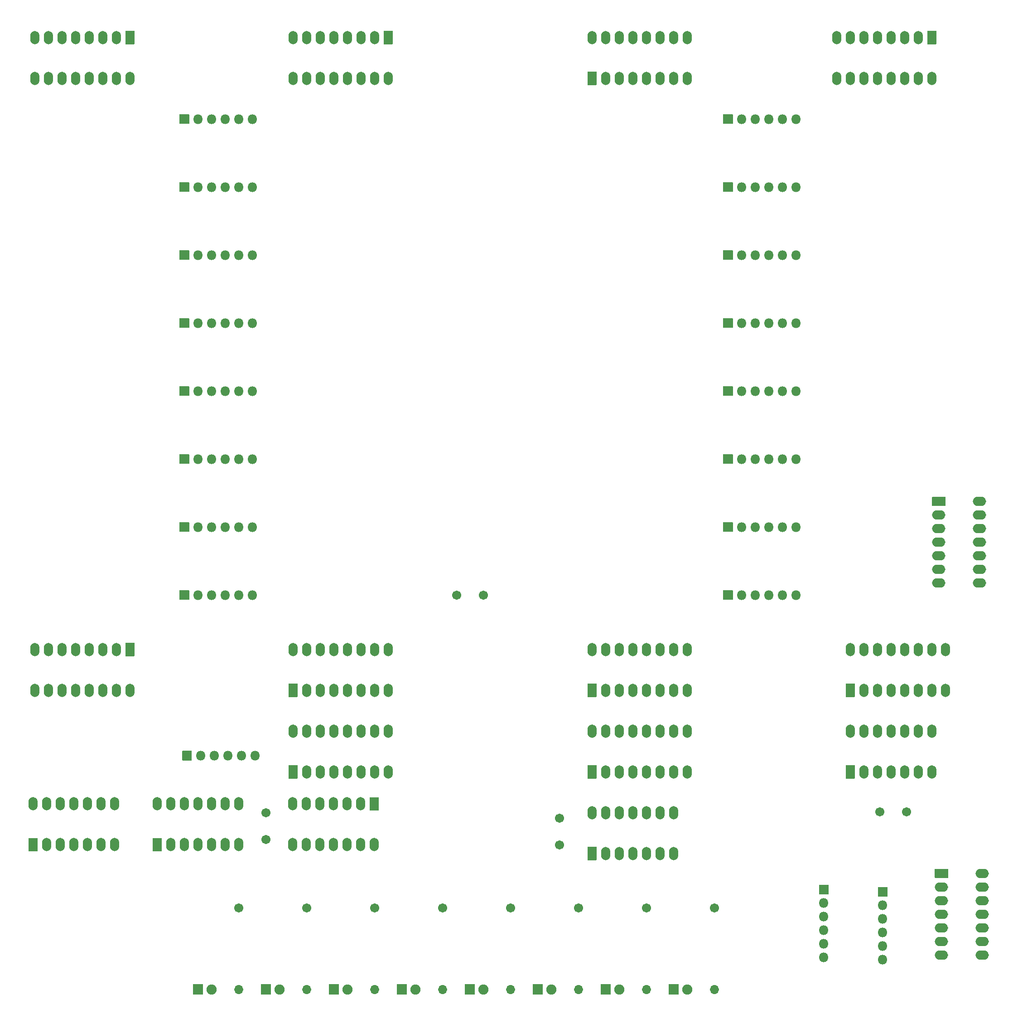
<source format=gbr>
G04 #@! TF.GenerationSoftware,KiCad,Pcbnew,(5.1.9-0-10_14)*
G04 #@! TF.CreationDate,2021-05-26T15:55:07+10:00*
G04 #@! TF.ProjectId,multiplexer,6d756c74-6970-46c6-9578-65722e6b6963,rev?*
G04 #@! TF.SameCoordinates,Original*
G04 #@! TF.FileFunction,Soldermask,Top*
G04 #@! TF.FilePolarity,Negative*
%FSLAX46Y46*%
G04 Gerber Fmt 4.6, Leading zero omitted, Abs format (unit mm)*
G04 Created by KiCad (PCBNEW (5.1.9-0-10_14)) date 2021-05-26 15:55:07*
%MOMM*%
%LPD*%
G01*
G04 APERTURE LIST*
%ADD10C,1.702000*%
%ADD11O,1.702000X2.502000*%
%ADD12C,1.902000*%
%ADD13O,1.802000X1.802000*%
%ADD14O,1.702000X1.702000*%
%ADD15O,2.502000X1.702000*%
G04 APERTURE END LIST*
D10*
X257000000Y-167500000D03*
X262000000Y-167500000D03*
D11*
X165100000Y-30480000D03*
X147320000Y-22860000D03*
X162560000Y-30480000D03*
X149860000Y-22860000D03*
X160020000Y-30480000D03*
X152400000Y-22860000D03*
X157480000Y-30480000D03*
X154940000Y-22860000D03*
X154940000Y-30480000D03*
X157480000Y-22860000D03*
X152400000Y-30480000D03*
X160020000Y-22860000D03*
X149860000Y-30480000D03*
X162560000Y-22860000D03*
X147320000Y-30480000D03*
G36*
G01*
X164300000Y-21609000D02*
X165900000Y-21609000D01*
G75*
G02*
X165951000Y-21660000I0J-51000D01*
G01*
X165951000Y-24060000D01*
G75*
G02*
X165900000Y-24111000I-51000J0D01*
G01*
X164300000Y-24111000D01*
G75*
G02*
X164249000Y-24060000I0J51000D01*
G01*
X164249000Y-21660000D01*
G75*
G02*
X164300000Y-21609000I51000J0D01*
G01*
G37*
G36*
G01*
X116040000Y-21609000D02*
X117640000Y-21609000D01*
G75*
G02*
X117691000Y-21660000I0J-51000D01*
G01*
X117691000Y-24060000D01*
G75*
G02*
X117640000Y-24111000I-51000J0D01*
G01*
X116040000Y-24111000D01*
G75*
G02*
X115989000Y-24060000I0J51000D01*
G01*
X115989000Y-21660000D01*
G75*
G02*
X116040000Y-21609000I51000J0D01*
G01*
G37*
X99060000Y-30480000D03*
X114300000Y-22860000D03*
X101600000Y-30480000D03*
X111760000Y-22860000D03*
X104140000Y-30480000D03*
X109220000Y-22860000D03*
X106680000Y-30480000D03*
X106680000Y-22860000D03*
X109220000Y-30480000D03*
X104140000Y-22860000D03*
X111760000Y-30480000D03*
X101600000Y-22860000D03*
X114300000Y-30480000D03*
X99060000Y-22860000D03*
X116840000Y-30480000D03*
D10*
X177880000Y-127000000D03*
X182880000Y-127000000D03*
X142240000Y-167640000D03*
X142240000Y-172640000D03*
X197104000Y-173656000D03*
X197104000Y-168656000D03*
D12*
X220980000Y-200660000D03*
G36*
G01*
X217489000Y-201560000D02*
X217489000Y-199760000D01*
G75*
G02*
X217540000Y-199709000I51000J0D01*
G01*
X219340000Y-199709000D01*
G75*
G02*
X219391000Y-199760000I0J-51000D01*
G01*
X219391000Y-201560000D01*
G75*
G02*
X219340000Y-201611000I-51000J0D01*
G01*
X217540000Y-201611000D01*
G75*
G02*
X217489000Y-201560000I0J51000D01*
G01*
G37*
G36*
G01*
X204789000Y-201560000D02*
X204789000Y-199760000D01*
G75*
G02*
X204840000Y-199709000I51000J0D01*
G01*
X206640000Y-199709000D01*
G75*
G02*
X206691000Y-199760000I0J-51000D01*
G01*
X206691000Y-201560000D01*
G75*
G02*
X206640000Y-201611000I-51000J0D01*
G01*
X204840000Y-201611000D01*
G75*
G02*
X204789000Y-201560000I0J51000D01*
G01*
G37*
X208280000Y-200660000D03*
X195580000Y-200660000D03*
G36*
G01*
X192089000Y-201560000D02*
X192089000Y-199760000D01*
G75*
G02*
X192140000Y-199709000I51000J0D01*
G01*
X193940000Y-199709000D01*
G75*
G02*
X193991000Y-199760000I0J-51000D01*
G01*
X193991000Y-201560000D01*
G75*
G02*
X193940000Y-201611000I-51000J0D01*
G01*
X192140000Y-201611000D01*
G75*
G02*
X192089000Y-201560000I0J51000D01*
G01*
G37*
G36*
G01*
X179389000Y-201560000D02*
X179389000Y-199760000D01*
G75*
G02*
X179440000Y-199709000I51000J0D01*
G01*
X181240000Y-199709000D01*
G75*
G02*
X181291000Y-199760000I0J-51000D01*
G01*
X181291000Y-201560000D01*
G75*
G02*
X181240000Y-201611000I-51000J0D01*
G01*
X179440000Y-201611000D01*
G75*
G02*
X179389000Y-201560000I0J51000D01*
G01*
G37*
X182880000Y-200660000D03*
X170180000Y-200660000D03*
G36*
G01*
X166689000Y-201560000D02*
X166689000Y-199760000D01*
G75*
G02*
X166740000Y-199709000I51000J0D01*
G01*
X168540000Y-199709000D01*
G75*
G02*
X168591000Y-199760000I0J-51000D01*
G01*
X168591000Y-201560000D01*
G75*
G02*
X168540000Y-201611000I-51000J0D01*
G01*
X166740000Y-201611000D01*
G75*
G02*
X166689000Y-201560000I0J51000D01*
G01*
G37*
G36*
G01*
X153989000Y-201560000D02*
X153989000Y-199760000D01*
G75*
G02*
X154040000Y-199709000I51000J0D01*
G01*
X155840000Y-199709000D01*
G75*
G02*
X155891000Y-199760000I0J-51000D01*
G01*
X155891000Y-201560000D01*
G75*
G02*
X155840000Y-201611000I-51000J0D01*
G01*
X154040000Y-201611000D01*
G75*
G02*
X153989000Y-201560000I0J51000D01*
G01*
G37*
X157480000Y-200660000D03*
X144780000Y-200660000D03*
G36*
G01*
X141289000Y-201560000D02*
X141289000Y-199760000D01*
G75*
G02*
X141340000Y-199709000I51000J0D01*
G01*
X143140000Y-199709000D01*
G75*
G02*
X143191000Y-199760000I0J-51000D01*
G01*
X143191000Y-201560000D01*
G75*
G02*
X143140000Y-201611000I-51000J0D01*
G01*
X141340000Y-201611000D01*
G75*
G02*
X141289000Y-201560000I0J51000D01*
G01*
G37*
G36*
G01*
X128589000Y-201560000D02*
X128589000Y-199760000D01*
G75*
G02*
X128640000Y-199709000I51000J0D01*
G01*
X130440000Y-199709000D01*
G75*
G02*
X130491000Y-199760000I0J-51000D01*
G01*
X130491000Y-201560000D01*
G75*
G02*
X130440000Y-201611000I-51000J0D01*
G01*
X128640000Y-201611000D01*
G75*
G02*
X128589000Y-201560000I0J51000D01*
G01*
G37*
X132080000Y-200660000D03*
G36*
G01*
X128350000Y-157901000D02*
X126650000Y-157901000D01*
G75*
G02*
X126599000Y-157850000I0J51000D01*
G01*
X126599000Y-156150000D01*
G75*
G02*
X126650000Y-156099000I51000J0D01*
G01*
X128350000Y-156099000D01*
G75*
G02*
X128401000Y-156150000I0J-51000D01*
G01*
X128401000Y-157850000D01*
G75*
G02*
X128350000Y-157901000I-51000J0D01*
G01*
G37*
D13*
X130040000Y-157000000D03*
X132580000Y-157000000D03*
X135120000Y-157000000D03*
X137660000Y-157000000D03*
X140200000Y-157000000D03*
X246500000Y-194700000D03*
X246500000Y-192160000D03*
X246500000Y-189620000D03*
X246500000Y-187080000D03*
X246500000Y-184540000D03*
G36*
G01*
X245599000Y-182850000D02*
X245599000Y-181150000D01*
G75*
G02*
X245650000Y-181099000I51000J0D01*
G01*
X247350000Y-181099000D01*
G75*
G02*
X247401000Y-181150000I0J-51000D01*
G01*
X247401000Y-182850000D01*
G75*
G02*
X247350000Y-182901000I-51000J0D01*
G01*
X245650000Y-182901000D01*
G75*
G02*
X245599000Y-182850000I0J51000D01*
G01*
G37*
G36*
G01*
X256599000Y-183270000D02*
X256599000Y-181570000D01*
G75*
G02*
X256650000Y-181519000I51000J0D01*
G01*
X258350000Y-181519000D01*
G75*
G02*
X258401000Y-181570000I0J-51000D01*
G01*
X258401000Y-183270000D01*
G75*
G02*
X258350000Y-183321000I-51000J0D01*
G01*
X256650000Y-183321000D01*
G75*
G02*
X256599000Y-183270000I0J51000D01*
G01*
G37*
X257500000Y-184960000D03*
X257500000Y-187500000D03*
X257500000Y-190040000D03*
X257500000Y-192580000D03*
X257500000Y-195120000D03*
G36*
G01*
X127850000Y-127901000D02*
X126150000Y-127901000D01*
G75*
G02*
X126099000Y-127850000I0J51000D01*
G01*
X126099000Y-126150000D01*
G75*
G02*
X126150000Y-126099000I51000J0D01*
G01*
X127850000Y-126099000D01*
G75*
G02*
X127901000Y-126150000I0J-51000D01*
G01*
X127901000Y-127850000D01*
G75*
G02*
X127850000Y-127901000I-51000J0D01*
G01*
G37*
X129540000Y-127000000D03*
X132080000Y-127000000D03*
X134620000Y-127000000D03*
X137160000Y-127000000D03*
X139700000Y-127000000D03*
G36*
G01*
X127850000Y-115201000D02*
X126150000Y-115201000D01*
G75*
G02*
X126099000Y-115150000I0J51000D01*
G01*
X126099000Y-113450000D01*
G75*
G02*
X126150000Y-113399000I51000J0D01*
G01*
X127850000Y-113399000D01*
G75*
G02*
X127901000Y-113450000I0J-51000D01*
G01*
X127901000Y-115150000D01*
G75*
G02*
X127850000Y-115201000I-51000J0D01*
G01*
G37*
X129540000Y-114300000D03*
X132080000Y-114300000D03*
X134620000Y-114300000D03*
X137160000Y-114300000D03*
X139700000Y-114300000D03*
G36*
G01*
X127850000Y-102501000D02*
X126150000Y-102501000D01*
G75*
G02*
X126099000Y-102450000I0J51000D01*
G01*
X126099000Y-100750000D01*
G75*
G02*
X126150000Y-100699000I51000J0D01*
G01*
X127850000Y-100699000D01*
G75*
G02*
X127901000Y-100750000I0J-51000D01*
G01*
X127901000Y-102450000D01*
G75*
G02*
X127850000Y-102501000I-51000J0D01*
G01*
G37*
X129540000Y-101600000D03*
X132080000Y-101600000D03*
X134620000Y-101600000D03*
X137160000Y-101600000D03*
X139700000Y-101600000D03*
G36*
G01*
X127850000Y-89801000D02*
X126150000Y-89801000D01*
G75*
G02*
X126099000Y-89750000I0J51000D01*
G01*
X126099000Y-88050000D01*
G75*
G02*
X126150000Y-87999000I51000J0D01*
G01*
X127850000Y-87999000D01*
G75*
G02*
X127901000Y-88050000I0J-51000D01*
G01*
X127901000Y-89750000D01*
G75*
G02*
X127850000Y-89801000I-51000J0D01*
G01*
G37*
X129540000Y-88900000D03*
X132080000Y-88900000D03*
X134620000Y-88900000D03*
X137160000Y-88900000D03*
X139700000Y-88900000D03*
X139700000Y-76200000D03*
X137160000Y-76200000D03*
X134620000Y-76200000D03*
X132080000Y-76200000D03*
X129540000Y-76200000D03*
G36*
G01*
X127850000Y-77101000D02*
X126150000Y-77101000D01*
G75*
G02*
X126099000Y-77050000I0J51000D01*
G01*
X126099000Y-75350000D01*
G75*
G02*
X126150000Y-75299000I51000J0D01*
G01*
X127850000Y-75299000D01*
G75*
G02*
X127901000Y-75350000I0J-51000D01*
G01*
X127901000Y-77050000D01*
G75*
G02*
X127850000Y-77101000I-51000J0D01*
G01*
G37*
X139700000Y-63500000D03*
X137160000Y-63500000D03*
X134620000Y-63500000D03*
X132080000Y-63500000D03*
X129540000Y-63500000D03*
G36*
G01*
X127850000Y-64401000D02*
X126150000Y-64401000D01*
G75*
G02*
X126099000Y-64350000I0J51000D01*
G01*
X126099000Y-62650000D01*
G75*
G02*
X126150000Y-62599000I51000J0D01*
G01*
X127850000Y-62599000D01*
G75*
G02*
X127901000Y-62650000I0J-51000D01*
G01*
X127901000Y-64350000D01*
G75*
G02*
X127850000Y-64401000I-51000J0D01*
G01*
G37*
X139700000Y-50800000D03*
X137160000Y-50800000D03*
X134620000Y-50800000D03*
X132080000Y-50800000D03*
X129540000Y-50800000D03*
G36*
G01*
X127850000Y-51701000D02*
X126150000Y-51701000D01*
G75*
G02*
X126099000Y-51650000I0J51000D01*
G01*
X126099000Y-49950000D01*
G75*
G02*
X126150000Y-49899000I51000J0D01*
G01*
X127850000Y-49899000D01*
G75*
G02*
X127901000Y-49950000I0J-51000D01*
G01*
X127901000Y-51650000D01*
G75*
G02*
X127850000Y-51701000I-51000J0D01*
G01*
G37*
X139700000Y-38100000D03*
X137160000Y-38100000D03*
X134620000Y-38100000D03*
X132080000Y-38100000D03*
X129540000Y-38100000D03*
G36*
G01*
X127850000Y-39001000D02*
X126150000Y-39001000D01*
G75*
G02*
X126099000Y-38950000I0J51000D01*
G01*
X126099000Y-37250000D01*
G75*
G02*
X126150000Y-37199000I51000J0D01*
G01*
X127850000Y-37199000D01*
G75*
G02*
X127901000Y-37250000I0J-51000D01*
G01*
X127901000Y-38950000D01*
G75*
G02*
X127850000Y-39001000I-51000J0D01*
G01*
G37*
G36*
G01*
X229450000Y-127901000D02*
X227750000Y-127901000D01*
G75*
G02*
X227699000Y-127850000I0J51000D01*
G01*
X227699000Y-126150000D01*
G75*
G02*
X227750000Y-126099000I51000J0D01*
G01*
X229450000Y-126099000D01*
G75*
G02*
X229501000Y-126150000I0J-51000D01*
G01*
X229501000Y-127850000D01*
G75*
G02*
X229450000Y-127901000I-51000J0D01*
G01*
G37*
X231140000Y-127000000D03*
X233680000Y-127000000D03*
X236220000Y-127000000D03*
X238760000Y-127000000D03*
X241300000Y-127000000D03*
G36*
G01*
X229450000Y-115201000D02*
X227750000Y-115201000D01*
G75*
G02*
X227699000Y-115150000I0J51000D01*
G01*
X227699000Y-113450000D01*
G75*
G02*
X227750000Y-113399000I51000J0D01*
G01*
X229450000Y-113399000D01*
G75*
G02*
X229501000Y-113450000I0J-51000D01*
G01*
X229501000Y-115150000D01*
G75*
G02*
X229450000Y-115201000I-51000J0D01*
G01*
G37*
X231140000Y-114300000D03*
X233680000Y-114300000D03*
X236220000Y-114300000D03*
X238760000Y-114300000D03*
X241300000Y-114300000D03*
G36*
G01*
X229450000Y-102501000D02*
X227750000Y-102501000D01*
G75*
G02*
X227699000Y-102450000I0J51000D01*
G01*
X227699000Y-100750000D01*
G75*
G02*
X227750000Y-100699000I51000J0D01*
G01*
X229450000Y-100699000D01*
G75*
G02*
X229501000Y-100750000I0J-51000D01*
G01*
X229501000Y-102450000D01*
G75*
G02*
X229450000Y-102501000I-51000J0D01*
G01*
G37*
X231140000Y-101600000D03*
X233680000Y-101600000D03*
X236220000Y-101600000D03*
X238760000Y-101600000D03*
X241300000Y-101600000D03*
G36*
G01*
X229450000Y-89801000D02*
X227750000Y-89801000D01*
G75*
G02*
X227699000Y-89750000I0J51000D01*
G01*
X227699000Y-88050000D01*
G75*
G02*
X227750000Y-87999000I51000J0D01*
G01*
X229450000Y-87999000D01*
G75*
G02*
X229501000Y-88050000I0J-51000D01*
G01*
X229501000Y-89750000D01*
G75*
G02*
X229450000Y-89801000I-51000J0D01*
G01*
G37*
X231140000Y-88900000D03*
X233680000Y-88900000D03*
X236220000Y-88900000D03*
X238760000Y-88900000D03*
X241300000Y-88900000D03*
X241300000Y-76200000D03*
X238760000Y-76200000D03*
X236220000Y-76200000D03*
X233680000Y-76200000D03*
X231140000Y-76200000D03*
G36*
G01*
X229450000Y-77101000D02*
X227750000Y-77101000D01*
G75*
G02*
X227699000Y-77050000I0J51000D01*
G01*
X227699000Y-75350000D01*
G75*
G02*
X227750000Y-75299000I51000J0D01*
G01*
X229450000Y-75299000D01*
G75*
G02*
X229501000Y-75350000I0J-51000D01*
G01*
X229501000Y-77050000D01*
G75*
G02*
X229450000Y-77101000I-51000J0D01*
G01*
G37*
X241300000Y-63500000D03*
X238760000Y-63500000D03*
X236220000Y-63500000D03*
X233680000Y-63500000D03*
X231140000Y-63500000D03*
G36*
G01*
X229450000Y-64401000D02*
X227750000Y-64401000D01*
G75*
G02*
X227699000Y-64350000I0J51000D01*
G01*
X227699000Y-62650000D01*
G75*
G02*
X227750000Y-62599000I51000J0D01*
G01*
X229450000Y-62599000D01*
G75*
G02*
X229501000Y-62650000I0J-51000D01*
G01*
X229501000Y-64350000D01*
G75*
G02*
X229450000Y-64401000I-51000J0D01*
G01*
G37*
X241300000Y-50800000D03*
X238760000Y-50800000D03*
X236220000Y-50800000D03*
X233680000Y-50800000D03*
X231140000Y-50800000D03*
G36*
G01*
X229450000Y-51701000D02*
X227750000Y-51701000D01*
G75*
G02*
X227699000Y-51650000I0J51000D01*
G01*
X227699000Y-49950000D01*
G75*
G02*
X227750000Y-49899000I51000J0D01*
G01*
X229450000Y-49899000D01*
G75*
G02*
X229501000Y-49950000I0J-51000D01*
G01*
X229501000Y-51650000D01*
G75*
G02*
X229450000Y-51701000I-51000J0D01*
G01*
G37*
X241300000Y-38100000D03*
X238760000Y-38100000D03*
X236220000Y-38100000D03*
X233680000Y-38100000D03*
X231140000Y-38100000D03*
G36*
G01*
X229450000Y-39001000D02*
X227750000Y-39001000D01*
G75*
G02*
X227699000Y-38950000I0J51000D01*
G01*
X227699000Y-37250000D01*
G75*
G02*
X227750000Y-37199000I51000J0D01*
G01*
X229450000Y-37199000D01*
G75*
G02*
X229501000Y-37250000I0J-51000D01*
G01*
X229501000Y-38950000D01*
G75*
G02*
X229450000Y-39001000I-51000J0D01*
G01*
G37*
D14*
X226060000Y-200660000D03*
D10*
X226060000Y-185420000D03*
X213360000Y-185420000D03*
D14*
X213360000Y-200660000D03*
X200660000Y-200660000D03*
D10*
X200660000Y-185420000D03*
X187960000Y-185420000D03*
D14*
X187960000Y-200660000D03*
X175260000Y-200660000D03*
D10*
X175260000Y-185420000D03*
X162560000Y-185420000D03*
D14*
X162560000Y-200660000D03*
X149860000Y-200660000D03*
D10*
X149860000Y-185420000D03*
X137160000Y-185420000D03*
D14*
X137160000Y-200660000D03*
D11*
X121920000Y-166000000D03*
X137160000Y-173620000D03*
X124460000Y-166000000D03*
X134620000Y-173620000D03*
X127000000Y-166000000D03*
X132080000Y-173620000D03*
X129540000Y-166000000D03*
X129540000Y-173620000D03*
X132080000Y-166000000D03*
X127000000Y-173620000D03*
X134620000Y-166000000D03*
X124460000Y-173620000D03*
X137160000Y-166000000D03*
G36*
G01*
X122720000Y-174871000D02*
X121120000Y-174871000D01*
G75*
G02*
X121069000Y-174820000I0J51000D01*
G01*
X121069000Y-172420000D01*
G75*
G02*
X121120000Y-172369000I51000J0D01*
G01*
X122720000Y-172369000D01*
G75*
G02*
X122771000Y-172420000I0J-51000D01*
G01*
X122771000Y-174820000D01*
G75*
G02*
X122720000Y-174871000I-51000J0D01*
G01*
G37*
X251460000Y-152400000D03*
X266700000Y-160020000D03*
X254000000Y-152400000D03*
X264160000Y-160020000D03*
X256540000Y-152400000D03*
X261620000Y-160020000D03*
X259080000Y-152400000D03*
X259080000Y-160020000D03*
X261620000Y-152400000D03*
X256540000Y-160020000D03*
X264160000Y-152400000D03*
X254000000Y-160020000D03*
X266700000Y-152400000D03*
G36*
G01*
X252260000Y-161271000D02*
X250660000Y-161271000D01*
G75*
G02*
X250609000Y-161220000I0J51000D01*
G01*
X250609000Y-158820000D01*
G75*
G02*
X250660000Y-158769000I51000J0D01*
G01*
X252260000Y-158769000D01*
G75*
G02*
X252311000Y-158820000I0J-51000D01*
G01*
X252311000Y-161220000D01*
G75*
G02*
X252260000Y-161271000I-51000J0D01*
G01*
G37*
G36*
G01*
X99560000Y-174871000D02*
X97960000Y-174871000D01*
G75*
G02*
X97909000Y-174820000I0J51000D01*
G01*
X97909000Y-172420000D01*
G75*
G02*
X97960000Y-172369000I51000J0D01*
G01*
X99560000Y-172369000D01*
G75*
G02*
X99611000Y-172420000I0J-51000D01*
G01*
X99611000Y-174820000D01*
G75*
G02*
X99560000Y-174871000I-51000J0D01*
G01*
G37*
X114000000Y-166000000D03*
X101300000Y-173620000D03*
X111460000Y-166000000D03*
X103840000Y-173620000D03*
X108920000Y-166000000D03*
X106380000Y-173620000D03*
X106380000Y-166000000D03*
X108920000Y-173620000D03*
X103840000Y-166000000D03*
X111460000Y-173620000D03*
X101300000Y-166000000D03*
X114000000Y-173620000D03*
X98760000Y-166000000D03*
G36*
G01*
X204000000Y-176511000D02*
X202400000Y-176511000D01*
G75*
G02*
X202349000Y-176460000I0J51000D01*
G01*
X202349000Y-174060000D01*
G75*
G02*
X202400000Y-174009000I51000J0D01*
G01*
X204000000Y-174009000D01*
G75*
G02*
X204051000Y-174060000I0J-51000D01*
G01*
X204051000Y-176460000D01*
G75*
G02*
X204000000Y-176511000I-51000J0D01*
G01*
G37*
X218440000Y-167640000D03*
X205740000Y-175260000D03*
X215900000Y-167640000D03*
X208280000Y-175260000D03*
X213360000Y-167640000D03*
X210820000Y-175260000D03*
X210820000Y-167640000D03*
X213360000Y-175260000D03*
X208280000Y-167640000D03*
X215900000Y-175260000D03*
X205740000Y-167640000D03*
X218440000Y-175260000D03*
X203200000Y-167640000D03*
G36*
G01*
X161700000Y-164749000D02*
X163300000Y-164749000D01*
G75*
G02*
X163351000Y-164800000I0J-51000D01*
G01*
X163351000Y-167200000D01*
G75*
G02*
X163300000Y-167251000I-51000J0D01*
G01*
X161700000Y-167251000D01*
G75*
G02*
X161649000Y-167200000I0J51000D01*
G01*
X161649000Y-164800000D01*
G75*
G02*
X161700000Y-164749000I51000J0D01*
G01*
G37*
X147260000Y-173620000D03*
X159960000Y-166000000D03*
X149800000Y-173620000D03*
X157420000Y-166000000D03*
X152340000Y-173620000D03*
X154880000Y-166000000D03*
X154880000Y-173620000D03*
X152340000Y-166000000D03*
X157420000Y-173620000D03*
X149800000Y-166000000D03*
X159960000Y-173620000D03*
X147260000Y-166000000D03*
X162500000Y-173620000D03*
G36*
G01*
X148120000Y-161271000D02*
X146520000Y-161271000D01*
G75*
G02*
X146469000Y-161220000I0J51000D01*
G01*
X146469000Y-158820000D01*
G75*
G02*
X146520000Y-158769000I51000J0D01*
G01*
X148120000Y-158769000D01*
G75*
G02*
X148171000Y-158820000I0J-51000D01*
G01*
X148171000Y-161220000D01*
G75*
G02*
X148120000Y-161271000I-51000J0D01*
G01*
G37*
X165100000Y-152400000D03*
X149860000Y-160020000D03*
X162560000Y-152400000D03*
X152400000Y-160020000D03*
X160020000Y-152400000D03*
X154940000Y-160020000D03*
X157480000Y-152400000D03*
X157480000Y-160020000D03*
X154940000Y-152400000D03*
X160020000Y-160020000D03*
X152400000Y-152400000D03*
X162560000Y-160020000D03*
X149860000Y-152400000D03*
X165100000Y-160020000D03*
X147320000Y-152400000D03*
X203200000Y-152400000D03*
X220980000Y-160020000D03*
X205740000Y-152400000D03*
X218440000Y-160020000D03*
X208280000Y-152400000D03*
X215900000Y-160020000D03*
X210820000Y-152400000D03*
X213360000Y-160020000D03*
X213360000Y-152400000D03*
X210820000Y-160020000D03*
X215900000Y-152400000D03*
X208280000Y-160020000D03*
X218440000Y-152400000D03*
X205740000Y-160020000D03*
X220980000Y-152400000D03*
G36*
G01*
X204000000Y-161271000D02*
X202400000Y-161271000D01*
G75*
G02*
X202349000Y-161220000I0J51000D01*
G01*
X202349000Y-158820000D01*
G75*
G02*
X202400000Y-158769000I51000J0D01*
G01*
X204000000Y-158769000D01*
G75*
G02*
X204051000Y-158820000I0J-51000D01*
G01*
X204051000Y-161220000D01*
G75*
G02*
X204000000Y-161271000I-51000J0D01*
G01*
G37*
X147320000Y-137160000D03*
X165100000Y-144780000D03*
X149860000Y-137160000D03*
X162560000Y-144780000D03*
X152400000Y-137160000D03*
X160020000Y-144780000D03*
X154940000Y-137160000D03*
X157480000Y-144780000D03*
X157480000Y-137160000D03*
X154940000Y-144780000D03*
X160020000Y-137160000D03*
X152400000Y-144780000D03*
X162560000Y-137160000D03*
X149860000Y-144780000D03*
X165100000Y-137160000D03*
G36*
G01*
X148120000Y-146031000D02*
X146520000Y-146031000D01*
G75*
G02*
X146469000Y-145980000I0J51000D01*
G01*
X146469000Y-143580000D01*
G75*
G02*
X146520000Y-143529000I51000J0D01*
G01*
X148120000Y-143529000D01*
G75*
G02*
X148171000Y-143580000I0J-51000D01*
G01*
X148171000Y-145980000D01*
G75*
G02*
X148120000Y-146031000I-51000J0D01*
G01*
G37*
G36*
G01*
X116040000Y-135909000D02*
X117640000Y-135909000D01*
G75*
G02*
X117691000Y-135960000I0J-51000D01*
G01*
X117691000Y-138360000D01*
G75*
G02*
X117640000Y-138411000I-51000J0D01*
G01*
X116040000Y-138411000D01*
G75*
G02*
X115989000Y-138360000I0J51000D01*
G01*
X115989000Y-135960000D01*
G75*
G02*
X116040000Y-135909000I51000J0D01*
G01*
G37*
X99060000Y-144780000D03*
X114300000Y-137160000D03*
X101600000Y-144780000D03*
X111760000Y-137160000D03*
X104140000Y-144780000D03*
X109220000Y-137160000D03*
X106680000Y-144780000D03*
X106680000Y-137160000D03*
X109220000Y-144780000D03*
X104140000Y-137160000D03*
X111760000Y-144780000D03*
X101600000Y-137160000D03*
X114300000Y-144780000D03*
X99060000Y-137160000D03*
X116840000Y-144780000D03*
X203200000Y-137160000D03*
X220980000Y-144780000D03*
X205740000Y-137160000D03*
X218440000Y-144780000D03*
X208280000Y-137160000D03*
X215900000Y-144780000D03*
X210820000Y-137160000D03*
X213360000Y-144780000D03*
X213360000Y-137160000D03*
X210820000Y-144780000D03*
X215900000Y-137160000D03*
X208280000Y-144780000D03*
X218440000Y-137160000D03*
X205740000Y-144780000D03*
X220980000Y-137160000D03*
G36*
G01*
X204000000Y-146031000D02*
X202400000Y-146031000D01*
G75*
G02*
X202349000Y-145980000I0J51000D01*
G01*
X202349000Y-143580000D01*
G75*
G02*
X202400000Y-143529000I51000J0D01*
G01*
X204000000Y-143529000D01*
G75*
G02*
X204051000Y-143580000I0J-51000D01*
G01*
X204051000Y-145980000D01*
G75*
G02*
X204000000Y-146031000I-51000J0D01*
G01*
G37*
G36*
G01*
X252260000Y-146031000D02*
X250660000Y-146031000D01*
G75*
G02*
X250609000Y-145980000I0J51000D01*
G01*
X250609000Y-143580000D01*
G75*
G02*
X250660000Y-143529000I51000J0D01*
G01*
X252260000Y-143529000D01*
G75*
G02*
X252311000Y-143580000I0J-51000D01*
G01*
X252311000Y-145980000D01*
G75*
G02*
X252260000Y-146031000I-51000J0D01*
G01*
G37*
X269240000Y-137160000D03*
X254000000Y-144780000D03*
X266700000Y-137160000D03*
X256540000Y-144780000D03*
X264160000Y-137160000D03*
X259080000Y-144780000D03*
X261620000Y-137160000D03*
X261620000Y-144780000D03*
X259080000Y-137160000D03*
X264160000Y-144780000D03*
X256540000Y-137160000D03*
X266700000Y-144780000D03*
X254000000Y-137160000D03*
X269240000Y-144780000D03*
X251460000Y-137160000D03*
X203200000Y-22860000D03*
X220980000Y-30480000D03*
X205740000Y-22860000D03*
X218440000Y-30480000D03*
X208280000Y-22860000D03*
X215900000Y-30480000D03*
X210820000Y-22860000D03*
X213360000Y-30480000D03*
X213360000Y-22860000D03*
X210820000Y-30480000D03*
X215900000Y-22860000D03*
X208280000Y-30480000D03*
X218440000Y-22860000D03*
X205740000Y-30480000D03*
X220980000Y-22860000D03*
G36*
G01*
X204000000Y-31731000D02*
X202400000Y-31731000D01*
G75*
G02*
X202349000Y-31680000I0J51000D01*
G01*
X202349000Y-29280000D01*
G75*
G02*
X202400000Y-29229000I51000J0D01*
G01*
X204000000Y-29229000D01*
G75*
G02*
X204051000Y-29280000I0J-51000D01*
G01*
X204051000Y-31680000D01*
G75*
G02*
X204000000Y-31731000I-51000J0D01*
G01*
G37*
G36*
G01*
X265900000Y-21609000D02*
X267500000Y-21609000D01*
G75*
G02*
X267551000Y-21660000I0J-51000D01*
G01*
X267551000Y-24060000D01*
G75*
G02*
X267500000Y-24111000I-51000J0D01*
G01*
X265900000Y-24111000D01*
G75*
G02*
X265849000Y-24060000I0J51000D01*
G01*
X265849000Y-21660000D01*
G75*
G02*
X265900000Y-21609000I51000J0D01*
G01*
G37*
X248920000Y-30480000D03*
X264160000Y-22860000D03*
X251460000Y-30480000D03*
X261620000Y-22860000D03*
X254000000Y-30480000D03*
X259080000Y-22860000D03*
X256540000Y-30480000D03*
X256540000Y-22860000D03*
X259080000Y-30480000D03*
X254000000Y-22860000D03*
X261620000Y-30480000D03*
X251460000Y-22860000D03*
X264160000Y-30480000D03*
X248920000Y-22860000D03*
X266700000Y-30480000D03*
G36*
G01*
X266749000Y-110300000D02*
X266749000Y-108700000D01*
G75*
G02*
X266800000Y-108649000I51000J0D01*
G01*
X269200000Y-108649000D01*
G75*
G02*
X269251000Y-108700000I0J-51000D01*
G01*
X269251000Y-110300000D01*
G75*
G02*
X269200000Y-110351000I-51000J0D01*
G01*
X266800000Y-110351000D01*
G75*
G02*
X266749000Y-110300000I0J51000D01*
G01*
G37*
D15*
X275620000Y-124740000D03*
X268000000Y-112040000D03*
X275620000Y-122200000D03*
X268000000Y-114580000D03*
X275620000Y-119660000D03*
X268000000Y-117120000D03*
X275620000Y-117120000D03*
X268000000Y-119660000D03*
X275620000Y-114580000D03*
X268000000Y-122200000D03*
X275620000Y-112040000D03*
X268000000Y-124740000D03*
X275620000Y-109500000D03*
X276120000Y-179000000D03*
X268500000Y-194240000D03*
X276120000Y-181540000D03*
X268500000Y-191700000D03*
X276120000Y-184080000D03*
X268500000Y-189160000D03*
X276120000Y-186620000D03*
X268500000Y-186620000D03*
X276120000Y-189160000D03*
X268500000Y-184080000D03*
X276120000Y-191700000D03*
X268500000Y-181540000D03*
X276120000Y-194240000D03*
G36*
G01*
X267249000Y-179800000D02*
X267249000Y-178200000D01*
G75*
G02*
X267300000Y-178149000I51000J0D01*
G01*
X269700000Y-178149000D01*
G75*
G02*
X269751000Y-178200000I0J-51000D01*
G01*
X269751000Y-179800000D01*
G75*
G02*
X269700000Y-179851000I-51000J0D01*
G01*
X267300000Y-179851000D01*
G75*
G02*
X267249000Y-179800000I0J51000D01*
G01*
G37*
M02*

</source>
